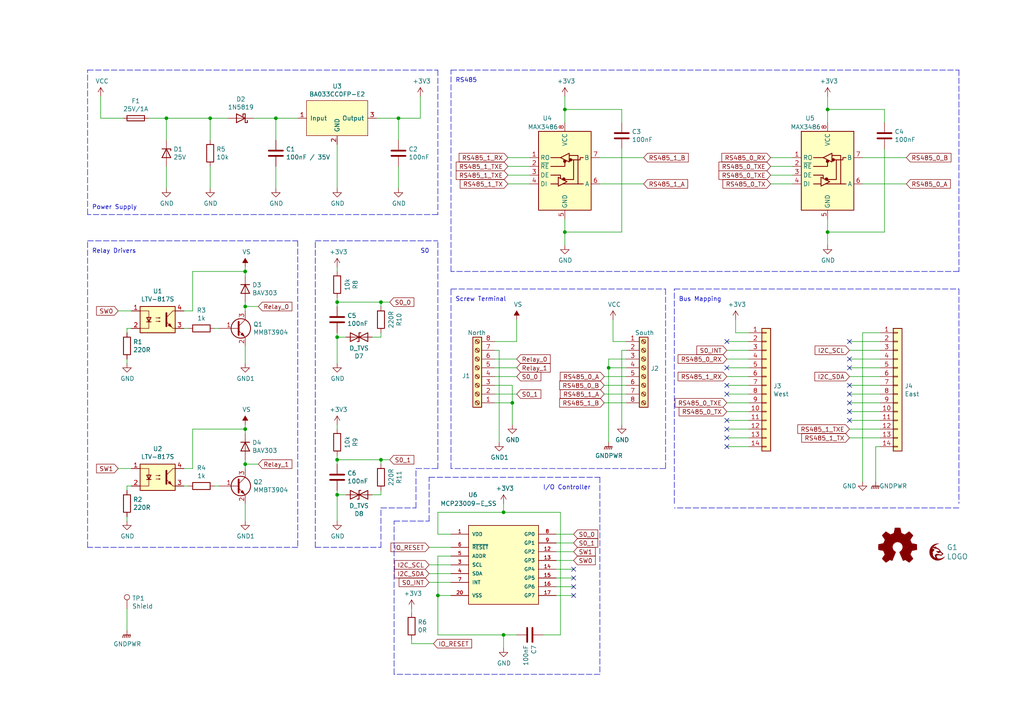
<source format=kicad_sch>
(kicad_sch (version 20211123) (generator eeschema)
  (paper "A4")
  (title_block (title "Electric Metering Module") (date "2022-02-09") (rev "2.1") (company "GrayC GmbH") (comment 1 "Fabian Schlegel") (comment 2 "5-24V Power Supply") (comment 3 "2x RS485, 2x S0, 2x Relay Driver") (comment 4 "Electric Metering Module with RS485, S0, Relay Drivers"))
  (lib_symbols
    (symbol "BA033CC0FP-E2:BA033CC0FP-E2" (pin_names (offset 1.016))
      (property "Reference" "U" (at 0 8.89 0))
      (property "Value" "BA033CC0FP-E2" (at 0 6.35 0))
      (symbol "BA033CC0FP-E2_1_1"
        (pin power_in line (at -11.43 0 0) (length 2.54) (name "Input") (number "1"))
        (pin power_in line (at 0 -7.62 90) (length 2.54) (name "GND") (number "2"))
        (pin power_out line (at 11.43 0 180) (length 2.54) (name "Output") (number "3"))
      )
    )
    (symbol "Connector:Screw_Terminal_01x08" (pin_names (offset 1.016) hide)
      (property "Reference" "J" (at 0 10.16 0))
      (property "Value" "Screw_Terminal_01x08" (at 0 -12.7 0))
      (symbol "Screw_Terminal_01x08_1_1"
        (pin passive line (at -5.08 7.62 0) (length 3.81) (name "Pin_1") (number "1"))
        (pin passive line (at -5.08 5.08 0) (length 3.81) (name "Pin_2") (number "2"))
        (pin passive line (at -5.08 2.54 0) (length 3.81) (name "Pin_3") (number "3"))
        (pin passive line (at -5.08 0 0) (length 3.81) (name "Pin_4") (number "4"))
        (pin passive line (at -5.08 -2.54 0) (length 3.81) (name "Pin_5") (number "5"))
        (pin passive line (at -5.08 -5.08 0) (length 3.81) (name "Pin_6") (number "6"))
        (pin passive line (at -5.08 -7.62 0) (length 3.81) (name "Pin_7") (number "7"))
        (pin passive line (at -5.08 -10.16 0) (length 3.81) (name "Pin_8") (number "8"))
      )
    )
    (symbol "Connector:TestPoint" (pin_numbers hide) (pin_names (offset 0.762) hide)
      (property "Reference" "TP" (at 0 6.858 0))
      (property "Value" "TestPoint" (at 0 5.08 0))
      (symbol "TestPoint_1_1"
        (pin passive line (at 0 0 90) (length 2.54) (name "1") (number "1"))
      )
    )
    (symbol "Connector_Generic:Conn_01x14" (pin_names (offset 1.016) hide)
      (property "Reference" "J" (at 0 17.78 0))
      (property "Value" "Conn_01x14" (at 0 -20.32 0))
      (symbol "Conn_01x14_1_1"
        (pin passive line (at -5.08 15.24 0) (length 3.81) (name "Pin_1") (number "1"))
        (pin passive line (at -5.08 -7.62 0) (length 3.81) (name "Pin_10") (number "10"))
        (pin passive line (at -5.08 -10.16 0) (length 3.81) (name "Pin_11") (number "11"))
        (pin passive line (at -5.08 -12.7 0) (length 3.81) (name "Pin_12") (number "12"))
        (pin passive line (at -5.08 -15.24 0) (length 3.81) (name "Pin_13") (number "13"))
        (pin passive line (at -5.08 -17.78 0) (length 3.81) (name "Pin_14") (number "14"))
        (pin passive line (at -5.08 12.7 0) (length 3.81) (name "Pin_2") (number "2"))
        (pin passive line (at -5.08 10.16 0) (length 3.81) (name "Pin_3") (number "3"))
        (pin passive line (at -5.08 7.62 0) (length 3.81) (name "Pin_4") (number "4"))
        (pin passive line (at -5.08 5.08 0) (length 3.81) (name "Pin_5") (number "5"))
        (pin passive line (at -5.08 2.54 0) (length 3.81) (name "Pin_6") (number "6"))
        (pin passive line (at -5.08 0 0) (length 3.81) (name "Pin_7") (number "7"))
        (pin passive line (at -5.08 -2.54 0) (length 3.81) (name "Pin_8") (number "8"))
        (pin passive line (at -5.08 -5.08 0) (length 3.81) (name "Pin_9") (number "9"))
      )
    )
    (symbol "Device:C" (pin_numbers hide) (pin_names (offset 0.254))
      (property "Reference" "C" (at 0.635 2.54 0))
      (property "Value" "C" (at 0.635 -2.54 0))
      (symbol "C_1_1"
        (pin passive line (at 0 3.81 270) (length 2.794) (name "~") (number "1"))
        (pin passive line (at 0 -3.81 90) (length 2.794) (name "~") (number "2"))
      )
    )
    (symbol "Device:D_TVS" (pin_numbers hide) (pin_names (offset 1.016) hide)
      (property "Reference" "D" (at 0 2.54 0))
      (property "Value" "D_TVS" (at 0 -2.54 0))
      (symbol "D_TVS_1_1"
        (pin passive line (at -3.81 0 0) (length 2.54) (name "A1") (number "1"))
        (pin passive line (at 3.81 0 180) (length 2.54) (name "A2") (number "2"))
      )
    )
    (symbol "Device:D_Zener" (pin_numbers hide) (pin_names (offset 1.016) hide)
      (property "Reference" "D" (at 0 2.54 0))
      (property "Value" "D_Zener" (at 0 -2.54 0))
      (symbol "D_Zener_1_1"
        (pin passive line (at -3.81 0 0) (length 2.54) (name "K") (number "1"))
        (pin passive line (at 3.81 0 180) (length 2.54) (name "A") (number "2"))
      )
    )
    (symbol "Device:Fuse" (pin_numbers hide) (pin_names (offset 0))
      (property "Reference" "F" (at 2.032 0 90))
      (property "Value" "Fuse" (at -1.905 0 90))
      (symbol "Fuse_1_1"
        (pin passive line (at 0 3.81 270) (length 1.27) (name "~") (number "1"))
        (pin passive line (at 0 -3.81 90) (length 1.27) (name "~") (number "2"))
      )
    )
    (symbol "Device:R" (pin_numbers hide) (pin_names (offset 0))
      (property "Reference" "R" (at 2.032 0 90))
      (property "Value" "R" (at 0 0 90))
      (symbol "R_1_1"
        (pin passive line (at 0 3.81 270) (length 1.27) (name "~") (number "1"))
        (pin passive line (at 0 -3.81 90) (length 1.27) (name "~") (number "2"))
      )
    )
    (symbol "Diode:1N5819" (pin_numbers hide) (pin_names (offset 1.016) hide)
      (property "Reference" "D" (at 0 2.54 0))
      (property "Value" "1N5819" (at 0 -2.54 0))
      (symbol "1N5819_1_1"
        (pin passive line (at -3.81 0 0) (length 2.54) (name "K") (number "1"))
        (pin passive line (at 3.81 0 180) (length 2.54) (name "A") (number "2"))
      )
    )
    (symbol "Diode:BAV303" (pin_numbers hide) (pin_names hide)
      (property "Reference" "D" (at 0 2.54 0))
      (property "Value" "BAV303" (at 0 -2.54 0))
      (symbol "BAV303_1_1"
        (pin passive line (at -3.81 0 0) (length 2.54) (name "K") (number "1"))
        (pin passive line (at 3.81 0 180) (length 2.54) (name "A") (number "2"))
      )
    )
    (symbol "Graphic:Logo_Open_Hardware_Small" (pin_names (offset 1.016)))
    (symbol "Interface_UART:MAX3486"
      (property "Reference" "U" (at -6.096 11.43 0))
      (property "Value" "MAX3486" (at 0.762 11.43 0))
      (symbol "MAX3486_1_1"
        (pin output line (at -10.16 2.54 0) (length 2.54) (name "RO") (number "1"))
        (pin input line (at -10.16 0 0) (length 2.54) (name "~{RE}") (number "2"))
        (pin input line (at -10.16 -2.54 0) (length 2.54) (name "DE") (number "3"))
        (pin input line (at -10.16 -5.08 0) (length 2.54) (name "DI") (number "4"))
        (pin power_in line (at 0 -15.24 90) (length 2.54) (name "GND") (number "5"))
        (pin bidirectional line (at 10.16 -5.08 180) (length 2.54) (name "A") (number "6"))
        (pin bidirectional line (at 10.16 2.54 180) (length 2.54) (name "B") (number "7"))
        (pin power_in line (at 0 12.7 270) (length 2.54) (name "VCC") (number "8"))
      )
    )
    (symbol "Isolator:LTV-817S" (pin_names (offset 1.016))
      (property "Reference" "U" (at -3.81 5.08 0))
      (property "Value" "LTV-817S" (at 0 -5.08 0))
      (symbol "LTV-817S_1_1"
        (pin passive line (at -7.62 2.54 0) (length 2.54) (name "~") (number "1"))
        (pin passive line (at -7.62 -2.54 0) (length 2.54) (name "~") (number "2"))
        (pin passive line (at 7.62 -2.54 180) (length 2.54) (name "~") (number "3"))
        (pin passive line (at 7.62 2.54 180) (length 2.54) (name "~") (number "4"))
      )
    )
    (symbol "MCP23009-E_SS:MCP23009-E_SS" (pin_names (offset 1.016))
      (property "Reference" "U" (at -1.27 12.7 0))
      (property "Value" "MCP23009-E_SS" (at 0.9906 -7.62 90))
      (symbol "MCP23009-E_SS_0_0"
        (pin power_in line (at -15.24 8.89 0) (length 5.08) (name "VDD") (number "1"))
        (pin bidirectional line (at 15.24 3.81 180) (length 5.08) (name "GP2") (number "12"))
        (pin bidirectional line (at 15.24 1.27 180) (length 5.08) (name "GP3") (number "13"))
        (pin bidirectional line (at 15.24 -1.27 180) (length 5.08) (name "GP4") (number "14"))
        (pin bidirectional line (at 15.24 -3.81 180) (length 5.08) (name "GP5") (number "15"))
        (pin bidirectional line (at 15.24 -6.35 180) (length 5.08) (name "GP6") (number "16"))
        (pin bidirectional line (at 15.24 -8.89 180) (length 5.08) (name "GP7") (number "17"))
        (pin power_in line (at -15.24 -8.89 0) (length 5.08) (name "VSS") (number "20"))
        (pin input line (at -15.24 0 0) (length 5.08) (name "SCL") (number "3"))
        (pin bidirectional line (at -15.24 -2.54 0) (length 5.08) (name "SDA") (number "4"))
        (pin input line (at -15.24 2.54 0) (length 5.08) (name "ADDR") (number "5"))
        (pin input line (at -15.24 5.08 0) (length 5.08) (name "~{RESET}") (number "6"))
        (pin output line (at -15.24 -5.08 0) (length 5.08) (name "INT") (number "7"))
        (pin bidirectional line (at 15.24 8.89 180) (length 5.08) (name "GP0") (number "8"))
        (pin bidirectional line (at 15.24 6.35 180) (length 5.08) (name "GP1") (number "9"))
      )
    )
    (symbol "Transistor_BJT:MMBT3904" (pin_names (offset 0) hide)
      (property "Reference" "Q" (at 5.08 1.905 0))
      (property "Value" "MMBT3904" (at 5.08 0 0))
      (symbol "MMBT3904_1_1"
        (pin input line (at -5.08 0 0) (length 5.715) (name "B") (number "1"))
        (pin passive line (at 2.54 -5.08 90) (length 2.54) (name "E") (number "2"))
        (pin passive line (at 2.54 5.08 270) (length 2.54) (name "C") (number "3"))
      )
    )
    (symbol "grayc-logo-negative:LOGO" (pin_names (offset 1.016)))
    (symbol "power:+3V3" (power) (pin_names (offset 0))
      (property "Value" "+3V3" (at 0 3.556 0))
      (symbol "+3V3_1_1"
        (pin power_in line (at 0 0 90) (length 0) hide (name "+3V3") (number "1"))
      )
    )
    (symbol "power:GND" (power) (pin_names (offset 0))
      (property "Value" "GND" (at 0 -3.81 0))
      (symbol "GND_1_1"
        (pin power_in line (at 0 0 270) (length 0) hide (name "GND") (number "1"))
      )
    )
    (symbol "power:GND1" (power) (pin_names (offset 0))
      (property "Value" "GND1" (at 0 -3.81 0))
      (symbol "GND1_1_1"
        (pin power_in line (at 0 0 270) (length 0) hide (name "GND1") (number "1"))
      )
    )
    (symbol "power:GNDPWR" (power) (pin_names (offset 0))
      (property "Value" "GNDPWR" (at 0 -3.302 0))
      (symbol "GNDPWR_1_1"
        (pin power_in line (at 0 0 270) (length 0) hide (name "GNDPWR") (number "1"))
      )
    )
    (symbol "power:VCC" (power) (pin_names (offset 0))
      (property "Value" "VCC" (at 0 3.81 0))
      (symbol "VCC_1_1"
        (pin power_in line (at 0 0 90) (length 0) hide (name "VCC") (number "1"))
      )
    )
    (symbol "power:VS" (power) (pin_names (offset 0))
      (property "Value" "VS" (at 0 3.81 0))
      (symbol "VS_1_1"
        (pin power_in line (at 0 0 90) (length 0) hide (name "VS") (number "1"))
      )
    )
  )
  (junction (at 176.53 106.68))
  (junction (at 97.79 133.35))
  (junction (at 115.57 34.29))
  (junction (at 71.12 134.62))
  (junction (at 127 172.72))
  (junction (at 71.12 124.46))
  (junction (at 110.49 133.35))
  (junction (at 240.03 67.31))
  (junction (at 48.26 34.29))
  (junction (at 71.12 78.74))
  (junction (at 146.05 184.15))
  (junction (at 163.83 67.31))
  (junction (at 97.79 143.51))
  (junction (at 163.83 31.75))
  (junction (at 146.05 148.59))
  (junction (at 148.59 116.84))
  (junction (at 240.03 31.75))
  (junction (at 97.79 97.79))
  (junction (at 71.12 88.9))
  (junction (at 80.01 34.29))
  (junction (at 97.79 87.63))
  (junction (at 110.49 87.63))
  (junction (at 60.96 34.29))
  (no_connect (at 166.37 167.64))
  (no_connect (at 210.82 114.3))
  (no_connect (at 246.38 111.76))
  (no_connect (at 246.38 99.06))
  (no_connect (at 246.38 121.92))
  (no_connect (at 246.38 116.84))
  (no_connect (at 246.38 106.68))
  (no_connect (at 166.37 172.72))
  (no_connect (at 210.82 124.46))
  (no_connect (at 210.82 106.68))
  (no_connect (at 246.38 114.3))
  (no_connect (at 246.38 119.38))
  (no_connect (at 210.82 99.06))
  (no_connect (at 166.37 170.18))
  (no_connect (at 210.82 127))
  (no_connect (at 166.37 165.1))
  (no_connect (at 210.82 129.54))
  (no_connect (at 210.82 121.92))
  (no_connect (at 210.82 111.76))
  (no_connect (at 246.38 104.14))
  (wire (pts (xy 186.69 53.34) (xy 173.99 53.34)))
  (wire (pts (xy 36.83 176.53) (xy 36.83 182.88)))
  (polyline (pts (xy 130.81 78.74) (xy 130.81 20.32)))
  (wire (pts (xy 121.92 34.29) (xy 121.92 27.94)))
  (wire (pts (xy 181.61 116.84) (xy 175.26 116.84)))
  (wire (pts (xy 71.12 146.05) (xy 71.12 151.13)))
  (polyline (pts (xy 130.81 20.32) (xy 278.13 20.32)))
  (wire (pts (xy 53.34 90.17) (xy 55.88 90.17)))
  (wire (pts (xy 210.82 101.6) (xy 217.17 101.6)))
  (wire (pts (xy 147.32 53.34) (xy 153.67 53.34)))
  (polyline (pts (xy 193.04 135.89) (xy 130.81 135.89)))
  (wire (pts (xy 71.12 88.9) (xy 71.12 90.17)))
  (wire (pts (xy 180.34 101.6) (xy 181.61 101.6)))
  (wire (pts (xy 60.96 40.64) (xy 60.96 34.29)))
  (wire (pts (xy 149.86 99.06) (xy 149.86 92.71)))
  (wire (pts (xy 176.53 106.68) (xy 176.53 128.27)))
  (wire (pts (xy 161.29 162.56) (xy 166.37 162.56)))
  (wire (pts (xy 53.34 95.25) (xy 54.61 95.25)))
  (wire (pts (xy 55.88 90.17) (xy 55.88 78.74)))
  (wire (pts (xy 36.83 104.14) (xy 36.83 105.41)))
  (wire (pts (xy 62.23 95.25) (xy 63.5 95.25)))
  (wire (pts (xy 161.29 154.94) (xy 166.37 154.94)))
  (wire (pts (xy 223.52 53.34) (xy 229.87 53.34)))
  (wire (pts (xy 110.49 88.9) (xy 110.49 87.63)))
  (wire (pts (xy 223.52 45.72) (xy 229.87 45.72)))
  (polyline (pts (xy 124.46 151.13) (xy 124.46 138.43)))
  (wire (pts (xy 110.49 133.35) (xy 113.03 133.35)))
  (wire (pts (xy 36.83 142.24) (xy 36.83 140.97)))
  (wire (pts (xy 29.21 34.29) (xy 35.56 34.29)))
  (polyline (pts (xy 91.44 69.85) (xy 127 69.85)))
  (wire (pts (xy 166.37 170.18) (xy 161.29 170.18)))
  (wire (pts (xy 147.32 45.72) (xy 153.67 45.72)))
  (polyline (pts (xy 130.81 135.89) (xy 130.81 83.82)))
  (wire (pts (xy 180.34 35.56) (xy 180.34 31.75)))
  (wire (pts (xy 250.19 45.72) (xy 262.89 45.72)))
  (polyline (pts (xy 25.4 62.23) (xy 25.4 20.32)))
  (wire (pts (xy 143.51 116.84) (xy 148.59 116.84)))
  (wire (pts (xy 176.53 106.68) (xy 176.53 104.14)))
  (polyline (pts (xy 86.36 158.75) (xy 25.4 158.75)))
  (wire (pts (xy 210.82 111.76) (xy 217.17 111.76)))
  (wire (pts (xy 80.01 40.64) (xy 80.01 34.29)))
  (wire (pts (xy 48.26 34.29) (xy 60.96 34.29)))
  (wire (pts (xy 73.66 34.29) (xy 80.01 34.29)))
  (wire (pts (xy 119.38 176.53) (xy 119.38 177.8)))
  (wire (pts (xy 213.36 92.71) (xy 213.36 96.52)))
  (polyline (pts (xy 91.44 158.75) (xy 91.44 69.85)))
  (wire (pts (xy 55.88 124.46) (xy 71.12 124.46)))
  (wire (pts (xy 246.38 101.6) (xy 255.27 101.6)))
  (wire (pts (xy 262.89 53.34) (xy 250.19 53.34)))
  (wire (pts (xy 60.96 54.61) (xy 60.96 48.26)))
  (wire (pts (xy 250.19 96.52) (xy 255.27 96.52)))
  (polyline (pts (xy 124.46 138.43) (xy 173.99 138.43)))
  (polyline (pts (xy 195.58 146.05) (xy 195.58 83.82)))
  (wire (pts (xy 256.54 35.56) (xy 256.54 31.75)))
  (wire (pts (xy 223.52 50.8) (xy 229.87 50.8)))
  (wire (pts (xy 210.82 104.14) (xy 217.17 104.14)))
  (wire (pts (xy 110.49 134.62) (xy 110.49 133.35)))
  (wire (pts (xy 175.26 109.22) (xy 181.61 109.22)))
  (polyline (pts (xy 195.58 83.82) (xy 278.13 83.82)))
  (wire (pts (xy 127 172.72) (xy 127 161.29)))
  (wire (pts (xy 173.99 45.72) (xy 186.69 45.72)))
  (wire (pts (xy 246.38 111.76) (xy 255.27 111.76)))
  (wire (pts (xy 53.34 135.89) (xy 55.88 135.89)))
  (wire (pts (xy 71.12 78.74) (xy 71.12 80.01)))
  (wire (pts (xy 166.37 165.1) (xy 161.29 165.1)))
  (wire (pts (xy 146.05 184.15) (xy 149.86 184.15)))
  (wire (pts (xy 210.82 99.06) (xy 217.17 99.06)))
  (wire (pts (xy 163.83 67.31) (xy 180.34 67.31)))
  (wire (pts (xy 148.59 116.84) (xy 148.59 123.19)))
  (wire (pts (xy 97.79 142.24) (xy 97.79 143.51)))
  (wire (pts (xy 97.79 87.63) (xy 97.79 88.9)))
  (wire (pts (xy 43.18 34.29) (xy 48.26 34.29)))
  (wire (pts (xy 71.12 125.73) (xy 71.12 124.46)))
  (wire (pts (xy 246.38 114.3) (xy 255.27 114.3)))
  (wire (pts (xy 97.79 77.47) (xy 97.79 78.74)))
  (wire (pts (xy 143.51 111.76) (xy 148.59 111.76)))
  (polyline (pts (xy 278.13 83.82) (xy 278.13 146.05)))
  (polyline (pts (xy 25.4 20.32) (xy 127 20.32)))
  (wire (pts (xy 97.79 86.36) (xy 97.79 87.63)))
  (wire (pts (xy 146.05 146.05) (xy 146.05 148.59)))
  (wire (pts (xy 240.03 27.94) (xy 240.03 31.75)))
  (wire (pts (xy 246.38 99.06) (xy 255.27 99.06)))
  (polyline (pts (xy 110.49 158.75) (xy 110.49 147.32)))
  (wire (pts (xy 163.83 27.94) (xy 163.83 31.75)))
  (wire (pts (xy 147.32 50.8) (xy 153.67 50.8)))
  (polyline (pts (xy 278.13 20.32) (xy 278.13 78.74)))
  (wire (pts (xy 149.86 106.68) (xy 143.51 106.68)))
  (wire (pts (xy 115.57 48.26) (xy 115.57 54.61)))
  (wire (pts (xy 53.34 140.97) (xy 54.61 140.97)))
  (wire (pts (xy 48.26 48.26) (xy 48.26 54.61)))
  (wire (pts (xy 97.79 105.41) (xy 97.79 97.79)))
  (polyline (pts (xy 127 20.32) (xy 127 62.23)))
  (wire (pts (xy 110.49 87.63) (xy 113.03 87.63)))
  (wire (pts (xy 148.59 111.76) (xy 148.59 116.84)))
  (wire (pts (xy 97.79 151.13) (xy 97.79 143.51)))
  (polyline (pts (xy 193.04 83.82) (xy 193.04 135.89)))
  (wire (pts (xy 176.53 104.14) (xy 181.61 104.14)))
  (wire (pts (xy 55.88 135.89) (xy 55.88 124.46)))
  (wire (pts (xy 124.46 168.91) (xy 130.81 168.91)))
  (wire (pts (xy 254 129.54) (xy 255.27 129.54)))
  (wire (pts (xy 127 148.59) (xy 146.05 148.59)))
  (wire (pts (xy 29.21 27.94) (xy 29.21 34.29)))
  (wire (pts (xy 177.8 92.71) (xy 177.8 99.06)))
  (wire (pts (xy 71.12 100.33) (xy 71.12 105.41)))
  (wire (pts (xy 71.12 135.89) (xy 71.12 134.62)))
  (wire (pts (xy 213.36 96.52) (xy 217.17 96.52)))
  (wire (pts (xy 240.03 63.5) (xy 240.03 67.31)))
  (wire (pts (xy 217.17 127) (xy 210.82 127)))
  (wire (pts (xy 127 184.15) (xy 146.05 184.15)))
  (wire (pts (xy 210.82 129.54) (xy 217.17 129.54)))
  (wire (pts (xy 246.38 124.46) (xy 255.27 124.46)))
  (wire (pts (xy 163.83 63.5) (xy 163.83 67.31)))
  (wire (pts (xy 177.8 99.06) (xy 181.61 99.06)))
  (wire (pts (xy 48.26 40.64) (xy 48.26 34.29)))
  (polyline (pts (xy 114.3 195.58) (xy 114.3 151.13)))
  (wire (pts (xy 97.79 132.08) (xy 97.79 133.35)))
  (wire (pts (xy 166.37 167.64) (xy 161.29 167.64)))
  (wire (pts (xy 110.49 97.79) (xy 107.95 97.79)))
  (wire (pts (xy 210.82 124.46) (xy 217.17 124.46)))
  (wire (pts (xy 97.79 97.79) (xy 100.33 97.79)))
  (wire (pts (xy 36.83 140.97) (xy 38.1 140.97)))
  (wire (pts (xy 127 154.94) (xy 127 148.59)))
  (wire (pts (xy 71.12 124.46) (xy 71.12 123.19)))
  (polyline (pts (xy 120.65 147.32) (xy 120.65 135.89)))
  (wire (pts (xy 109.22 34.29) (xy 115.57 34.29)))
  (wire (pts (xy 163.83 31.75) (xy 163.83 35.56)))
  (polyline (pts (xy 173.99 138.43) (xy 173.99 195.58)))
  (wire (pts (xy 127 172.72) (xy 127 184.15)))
  (wire (pts (xy 71.12 134.62) (xy 71.12 133.35)))
  (wire (pts (xy 180.34 31.75) (xy 163.83 31.75)))
  (polyline (pts (xy 127 62.23) (xy 25.4 62.23)))
  (wire (pts (xy 97.79 87.63) (xy 110.49 87.63)))
  (polyline (pts (xy 278.13 78.74) (xy 130.81 78.74)))
  (wire (pts (xy 157.48 184.15) (xy 162.56 184.15)))
  (wire (pts (xy 144.78 128.27) (xy 144.78 101.6)))
  (wire (pts (xy 246.38 104.14) (xy 255.27 104.14)))
  (wire (pts (xy 246.38 116.84) (xy 255.27 116.84)))
  (polyline (pts (xy 110.49 147.32) (xy 120.65 147.32)))
  (polyline (pts (xy 25.4 158.75) (xy 25.4 69.85)))
  (wire (pts (xy 181.61 111.76) (xy 175.26 111.76)))
  (wire (pts (xy 254 129.54) (xy 254 139.7)))
  (wire (pts (xy 175.26 114.3) (xy 181.61 114.3)))
  (wire (pts (xy 130.81 172.72) (xy 127 172.72)))
  (wire (pts (xy 256.54 67.31) (xy 256.54 43.18)))
  (polyline (pts (xy 120.65 135.89) (xy 127 135.89)))
  (wire (pts (xy 80.01 34.29) (xy 86.36 34.29)))
  (wire (pts (xy 210.82 116.84) (xy 217.17 116.84)))
  (wire (pts (xy 163.83 67.31) (xy 163.83 71.12)))
  (wire (pts (xy 250.19 96.52) (xy 250.19 139.7)))
  (wire (pts (xy 153.67 48.26) (xy 147.32 48.26)))
  (wire (pts (xy 246.38 106.68) (xy 255.27 106.68)))
  (wire (pts (xy 110.49 143.51) (xy 110.49 142.24)))
  (wire (pts (xy 80.01 48.26) (xy 80.01 54.61)))
  (wire (pts (xy 97.79 123.19) (xy 97.79 124.46)))
  (wire (pts (xy 97.79 143.51) (xy 100.33 143.51)))
  (wire (pts (xy 71.12 78.74) (xy 71.12 77.47)))
  (wire (pts (xy 115.57 34.29) (xy 115.57 40.64)))
  (wire (pts (xy 34.29 135.89) (xy 38.1 135.89)))
  (wire (pts (xy 125.73 186.69) (xy 119.38 186.69)))
  (wire (pts (xy 166.37 157.48) (xy 161.29 157.48)))
  (wire (pts (xy 36.83 96.52) (xy 36.83 95.25)))
  (wire (pts (xy 55.88 78.74) (xy 71.12 78.74)))
  (wire (pts (xy 119.38 185.42) (xy 119.38 186.69)))
  (polyline (pts (xy 130.81 83.82) (xy 193.04 83.82)))
  (wire (pts (xy 210.82 106.68) (xy 217.17 106.68)))
  (polyline (pts (xy 25.4 69.85) (xy 86.36 69.85)))
  (wire (pts (xy 71.12 87.63) (xy 71.12 88.9)))
  (wire (pts (xy 34.29 90.17) (xy 38.1 90.17)))
  (wire (pts (xy 162.56 148.59) (xy 146.05 148.59)))
  (wire (pts (xy 161.29 160.02) (xy 166.37 160.02)))
  (wire (pts (xy 124.46 158.75) (xy 130.81 158.75)))
  (wire (pts (xy 180.34 67.31) (xy 180.34 43.18)))
  (wire (pts (xy 246.38 119.38) (xy 255.27 119.38)))
  (wire (pts (xy 107.95 143.51) (xy 110.49 143.51)))
  (wire (pts (xy 166.37 172.72) (xy 161.29 172.72)))
  (polyline (pts (xy 114.3 151.13) (xy 124.46 151.13)))
  (wire (pts (xy 143.51 114.3) (xy 149.86 114.3)))
  (wire (pts (xy 62.23 140.97) (xy 63.5 140.97)))
  (wire (pts (xy 162.56 184.15) (xy 162.56 148.59)))
  (wire (pts (xy 124.46 166.37) (xy 130.81 166.37)))
  (wire (pts (xy 97.79 96.52) (xy 97.79 97.79)))
  (wire (pts (xy 110.49 96.52) (xy 110.49 97.79)))
  (wire (pts (xy 36.83 149.86) (xy 36.83 151.13)))
  (wire (pts (xy 246.38 121.92) (xy 255.27 121.92)))
  (polyline (pts (xy 127 135.89) (xy 127 69.85)))
  (wire (pts (xy 181.61 106.68) (xy 176.53 106.68)))
  (wire (pts (xy 229.87 48.26) (xy 223.52 48.26)))
  (wire (pts (xy 71.12 134.62) (xy 74.93 134.62)))
  (polyline (pts (xy 86.36 69.85) (xy 86.36 158.75)))
  (wire (pts (xy 130.81 154.94) (xy 127 154.94)))
  (wire (pts (xy 97.79 54.61) (xy 97.79 41.91)))
  (polyline (pts (xy 278.13 147.32) (xy 195.58 147.32)))
  (wire (pts (xy 97.79 133.35) (xy 110.49 133.35)))
  (wire (pts (xy 240.03 31.75) (xy 240.03 35.56)))
  (wire (pts (xy 210.82 114.3) (xy 217.17 114.3)))
  (wire (pts (xy 97.79 133.35) (xy 97.79 134.62)))
  (wire (pts (xy 246.38 127) (xy 255.27 127)))
  (wire (pts (xy 210.82 119.38) (xy 217.17 119.38)))
  (wire (pts (xy 143.51 99.06) (xy 149.86 99.06)))
  (wire (pts (xy 240.03 67.31) (xy 256.54 67.31)))
  (wire (pts (xy 210.82 109.22) (xy 217.17 109.22)))
  (wire (pts (xy 143.51 109.22) (xy 149.86 109.22)))
  (wire (pts (xy 146.05 187.96) (xy 146.05 184.15)))
  (polyline (pts (xy 173.99 195.58) (xy 114.3 195.58)))
  (wire (pts (xy 180.34 101.6) (xy 180.34 123.19)))
  (wire (pts (xy 71.12 88.9) (xy 74.93 88.9)))
  (wire (pts (xy 36.83 95.25) (xy 38.1 95.25)))
  (wire (pts (xy 115.57 34.29) (xy 121.92 34.29)))
  (wire (pts (xy 124.46 163.83) (xy 130.81 163.83)))
  (wire (pts (xy 60.96 34.29) (xy 66.04 34.29)))
  (wire (pts (xy 246.38 109.22) (xy 255.27 109.22)))
  (wire (pts (xy 256.54 31.75) (xy 240.03 31.75)))
  (wire (pts (xy 144.78 101.6) (xy 143.51 101.6)))
  (wire (pts (xy 240.03 67.31) (xy 240.03 71.12)))
  (wire (pts (xy 143.51 104.14) (xy 149.86 104.14)))
  (wire (pts (xy 210.82 121.92) (xy 217.17 121.92)))
  (polyline (pts (xy 91.44 158.75) (xy 110.49 158.75)))
  (wire (pts (xy 127 161.29) (xy 130.81 161.29)))
  (text "Relay Drivers" (at 26.67 73.66 0) (effects (font (size 1.27 1.27)) (justify left bottom)))
  (text "RS485" (at 132.08 24.13 0) (effects (font (size 1.27 1.27)) (justify left bottom)))
  (text "Screw Terminal" (at 132.08 87.63 0) (effects (font (size 1.27 1.27)) (justify left bottom)))
  (text "I/O Controller" (at 157.48 142.24 0) (effects (font (size 1.27 1.27)) (justify left bottom)))
  (text "Bus Mapping" (at 196.85 87.63 0) (effects (font (size 1.27 1.27)) (justify left bottom)))
  (text "Power Supply" (at 26.67 60.96 0) (effects (font (size 1.27 1.27)) (justify left bottom)))
  (text "S0" (at 121.92 73.66 0) (effects (font (size 1.27 1.27)) (justify left bottom)))
  (global_label "SW0" (shape input) (at 166.37 162.56 0) (property "Intersheet References" "${INTERSHEET_REFS}" (effects hide)))
  (global_label "RS485_1_RX" (shape input) (at 210.82 109.22 180) (property "Intersheet References" "${INTERSHEET_REFS}" (effects hide)))
  (global_label "S0_0" (shape input) (at 113.03 87.63 0) (property "Intersheet References" "${INTERSHEET_REFS}" (effects hide)))
  (global_label "RS485_0_B" (shape input) (at 262.89 45.72 0) (property "Intersheet References" "${INTERSHEET_REFS}" (effects hide)))
  (global_label "SW1" (shape input) (at 34.29 135.89 180) (property "Intersheet References" "${INTERSHEET_REFS}" (effects hide)))
  (global_label "S0_1" (shape input) (at 149.86 114.3 0) (property "Intersheet References" "${INTERSHEET_REFS}" (effects hide)))
  (global_label "Relay_0" (shape input) (at 149.86 104.14 0) (property "Intersheet References" "${INTERSHEET_REFS}" (effects hide)))
  (global_label "Relay_0" (shape input) (at 74.93 88.9 0) (property "Intersheet References" "${INTERSHEET_REFS}" (effects hide)))
  (global_label "RS485_0_A" (shape input) (at 262.89 53.34 0) (property "Intersheet References" "${INTERSHEET_REFS}" (effects hide)))
  (global_label "S0_0" (shape input) (at 166.37 154.94 0) (property "Intersheet References" "${INTERSHEET_REFS}" (effects hide)))
  (global_label "RS485_0_RX" (shape input) (at 223.52 45.72 180) (property "Intersheet References" "${INTERSHEET_REFS}" (effects hide)))
  (global_label "RS485_1_TX" (shape input) (at 147.32 53.34 180) (property "Intersheet References" "${INTERSHEET_REFS}" (effects hide)))
  (global_label "Relay_1" (shape input) (at 74.93 134.62 0) (property "Intersheet References" "${INTERSHEET_REFS}" (effects hide)))
  (global_label "I2C_SCL" (shape input) (at 246.38 101.6 180) (property "Intersheet References" "${INTERSHEET_REFS}" (effects hide)))
  (global_label "S0_1" (shape input) (at 166.37 157.48 0) (property "Intersheet References" "${INTERSHEET_REFS}" (effects hide)))
  (global_label "SW0" (shape input) (at 34.29 90.17 180) (property "Intersheet References" "${INTERSHEET_REFS}" (effects hide)))
  (global_label "RS485_0_TX" (shape input) (at 210.82 119.38 180) (property "Intersheet References" "${INTERSHEET_REFS}" (effects hide)))
  (global_label "RS485_1_TX" (shape input) (at 246.38 127 180) (property "Intersheet References" "${INTERSHEET_REFS}" (effects hide)))
  (global_label "RS485_0_TXE" (shape input) (at 223.52 50.8 180) (property "Intersheet References" "${INTERSHEET_REFS}" (effects hide)))
  (global_label "S0_INT" (shape input) (at 210.82 101.6 180) (property "Intersheet References" "${INTERSHEET_REFS}" (effects hide)))
  (global_label "RS485_0_TXE" (shape input) (at 223.52 48.26 180) (property "Intersheet References" "${INTERSHEET_REFS}" (effects hide)))
  (global_label "RS485_0_RX" (shape input) (at 210.82 104.14 180) (property "Intersheet References" "${INTERSHEET_REFS}" (effects hide)))
  (global_label "RS485_0_TX" (shape input) (at 223.52 53.34 180) (property "Intersheet References" "${INTERSHEET_REFS}" (effects hide)))
  (global_label "RS485_1_TXE" (shape input) (at 147.32 50.8 180) (property "Intersheet References" "${INTERSHEET_REFS}" (effects hide)))
  (global_label "RS485_1_A" (shape input) (at 175.26 114.3 180) (property "Intersheet References" "${INTERSHEET_REFS}" (effects hide)))
  (global_label "RS485_1_RX" (shape input) (at 147.32 45.72 180) (property "Intersheet References" "${INTERSHEET_REFS}" (effects hide)))
  (global_label "IO_RESET" (shape input) (at 124.46 158.75 180) (property "Intersheet References" "${INTERSHEET_REFS}" (effects hide)))
  (global_label "I2C_SDA" (shape input) (at 246.38 109.22 180) (property "Intersheet References" "${INTERSHEET_REFS}" (effects hide)))
  (global_label "S0_0" (shape input) (at 149.86 109.22 0) (property "Intersheet References" "${INTERSHEET_REFS}" (effects hide)))
  (global_label "SW1" (shape input) (at 166.37 160.02 0) (property "Intersheet References" "${INTERSHEET_REFS}" (effects hide)))
  (global_label "RS485_1_TXE" (shape input) (at 246.38 124.46 180) (property "Intersheet References" "${INTERSHEET_REFS}" (effects hide)))
  (global_label "RS485_0_B" (shape input) (at 175.26 111.76 180) (property "Intersheet References" "${INTERSHEET_REFS}" (effects hide)))
  (global_label "S0_1" (shape input) (at 113.03 133.35 0) (property "Intersheet References" "${INTERSHEET_REFS}" (effects hide)))
  (global_label "I2C_SDA" (shape input) (at 124.46 166.37 180) (property "Intersheet References" "${INTERSHEET_REFS}" (effects hide)))
  (global_label "RS485_1_B" (shape input) (at 186.69 45.72 0) (property "Intersheet References" "${INTERSHEET_REFS}" (effects hide)))
  (global_label "Relay_1" (shape input) (at 149.86 106.68 0) (property "Intersheet References" "${INTERSHEET_REFS}" (effects hide)))
  (global_label "RS485_1_A" (shape input) (at 186.69 53.34 0) (property "Intersheet References" "${INTERSHEET_REFS}" (effects hide)))
  (global_label "I2C_SCL" (shape input) (at 124.46 163.83 180) (property "Intersheet References" "${INTERSHEET_REFS}" (effects hide)))
  (global_label "S0_INT" (shape input) (at 124.46 168.91 180) (property "Intersheet References" "${INTERSHEET_REFS}" (effects hide)))
  (global_label "IO_RESET" (shape input) (at 125.73 186.69 0) (property "Intersheet References" "${INTERSHEET_REFS}" (effects hide)))
  (global_label "RS485_0_A" (shape input) (at 175.26 109.22 180) (property "Intersheet References" "${INTERSHEET_REFS}" (effects hide)))
  (global_label "RS485_1_TXE" (shape input) (at 147.32 48.26 180) (property "Intersheet References" "${INTERSHEET_REFS}" (effects hide)))
  (global_label "RS485_1_B" (shape input) (at 175.26 116.84 180) (property "Intersheet References" "${INTERSHEET_REFS}" (effects hide)))
  (global_label "RS485_0_TXE" (shape input) (at 210.82 116.84 180) (property "Intersheet References" "${INTERSHEET_REFS}" (effects hide)))
  (symbol (lib_id "Interface_UART:MAX3486") (at 163.83 48.26 0) (unit 1)
    (property "Reference" "U4" (at 158.75 34.29 0))
    (property "Value" "MAX3486" (at 157.48 36.83 0))
    (property "Footprint" "Package_SO:SOIC-8_3.9x4.9mm_P1.27mm" (effects hide))
    (property "Datasheet" "https://datasheets.maximintegrated.com/en/ds/MAX3483-MAX3491.pdf" (effects hide))
    (property "Price" "3.71" (effects hide))
    (property "Product" "https://www.mouser.de/ProductDetail/Maxim-Integrated/MAX3486ECSA%2b?qs=LHmEVA8xxfYujvexFFcA7w%3D%3D" (effects hide))
  )
  (symbol (lib_id "Isolator:LTV-817S") (at 45.72 138.43 0) (unit 1)
    (property "Reference" "U2" (at 45.72 130.175 0))
    (property "Value" "LTV-817S" (at 45.72 132.4864 0))
    (property "Footprint" "Package_DIP:SMDIP-4_W9.53mm" (effects hide))
    (property "Datasheet" "http://www.us.liteon.com/downloads/LTV-817-827-847.PDF" (effects hide))
    (property "Price" "0.40" (effects hide))
    (property "Product" "https://www.mouser.de/ProductDetail/Lite-On/LTV-817S" (effects hide))
  )
  (symbol (lib_id "BA033CC0FP-E2:BA033CC0FP-E2") (at 97.79 34.29 0) (unit 1)
    (property "Reference" "U3" (at 97.79 25.019 0))
    (property "Value" "BA033CC0FP-E2" (at 97.79 27.3304 0))
    (property "Footprint" "Package_TO_SOT_SMD:TO-252-3_TabPin2" (effects hide))
    (property "Datasheet" "https://www.mouser.de/datasheet/2/348/baxxdd0-e-1873983.pdf" (effects hide))
    (property "Product" "https://www.mouser.de/ProductDetail/ROHM-Semiconductor/BA033CC0FP-E2" (effects hide))
    (property "Price" "0.97" (effects hide))
  )
  (symbol (lib_id "Device:Fuse") (at 39.37 34.29 270) (unit 1)
    (property "Reference" "F1" (at 39.37 29.2862 90))
    (property "Value" "25V/1A" (at 39.37 31.5976 90))
    (property "Footprint" "Fuse:Fuse_1206_3216Metric_Pad1.42x1.75mm_HandSolder" (effects hide))
    (property "Price" "0.93" (effects hide))
    (property "Product" "https://www.mouser.de/ProductDetail/Bourns/SF-1206HIA100M-2" (effects hide))
  )
  (symbol (lib_id "Diode:1N5819") (at 69.85 34.29 180) (unit 1)
    (property "Reference" "D2" (at 69.85 28.7782 0))
    (property "Value" "1N5819" (at 69.85 31.0896 0))
    (property "Footprint" "Diode_THT:D_DO-41_SOD81_P10.16mm_Horizontal" (effects hide))
    (property "Datasheet" "http://www.vishay.com/docs/88525/1n5817.pdf" (effects hide))
    (property "Price" "0.25" (effects hide))
    (property "Product" "https://www.mouser.de/ProductDetail/Diodes-Incorporated/1N5819HW-7-F?qs=NQ47qNm99eDyWTEd07miYA%3D%3D" (effects hide))
  )
  (symbol (lib_id "Device:R") (at 60.96 44.45 0) (unit 1)
    (property "Reference" "R5" (at 62.738 43.2816 0) (effects (justify left)))
    (property "Value" "10k" (at 62.738 45.593 0) (effects (justify left)))
    (property "Footprint" "Resistor_SMD:R_1206_3216Metric_Pad1.30x1.75mm_HandSolder" (effects hide))
    (property "Price" "0.08" (effects hide))
    (property "Product" "https://www.mouser.de/ProductDetail/Bourns/CR1206-JW-103ELF" (effects hide))
  )
  (symbol (lib_id "Device:C") (at 80.01 44.45 0) (unit 1)
    (property "Reference" "C1" (at 82.931 43.2816 0) (effects (justify left)))
    (property "Value" "100nF / 35V" (at 82.931 45.593 0) (effects (justify left)))
    (property "Footprint" "Capacitor_SMD:C_1206_3216Metric_Pad1.33x1.80mm_HandSolder" (effects hide))
    (property "Product" "https://www.mouser.de/ProductDetail/KEMET/C1206C104M6RACTU?qs=F5EMLAvA7IBTviv6fCZN3A%3D%3D" (effects hide))
    (property "Price" "0.24" (effects hide))
  )
  (symbol (lib_id "Device:C") (at 115.57 44.45 0) (unit 1)
    (property "Reference" "C2" (at 118.491 43.2816 0) (effects (justify left)))
    (property "Value" "100nF" (at 118.491 45.593 0) (effects (justify left)))
    (property "Footprint" "Capacitor_SMD:C_1206_3216Metric_Pad1.33x1.80mm_HandSolder" (effects hide))
    (property "Price" "0.24" (effects hide))
    (property "Product" "https://www.mouser.de/ProductDetail/KEMET/C1206C104M6RACTU?qs=F5EMLAvA7IBTviv6fCZN3A%3D%3D" (effects hide))
  )
  (symbol (lib_id "power:VCC") (at 29.21 27.94 0) (unit 1)
    (property "Reference" "#PWR0101" (effects hide))
    (property "Value" "VCC" (at 29.591 23.5458 0))
  )
  (symbol (lib_id "power:+3V3") (at 121.92 27.94 0) (unit 1)
    (property "Reference" "#PWR0102" (effects hide))
    (property "Value" "+3V3" (at 122.301 23.5458 0))
  )
  (symbol (lib_id "power:GND") (at 80.01 54.61 0) (unit 1)
    (property "Reference" "#PWR0103" (effects hide))
    (property "Value" "GND" (at 80.137 59.0042 0))
  )
  (symbol (lib_id "power:GND") (at 97.79 54.61 0) (unit 1)
    (property "Reference" "#PWR0104" (effects hide))
    (property "Value" "GND" (at 97.917 59.0042 0))
  )
  (symbol (lib_id "power:GND") (at 115.57 54.61 0) (unit 1)
    (property "Reference" "#PWR0105" (effects hide))
    (property "Value" "GND" (at 115.697 59.0042 0))
  )
  (symbol (lib_id "power:GND") (at 60.96 54.61 0) (unit 1)
    (property "Reference" "#PWR0106" (effects hide))
    (property "Value" "GND" (at 61.087 59.0042 0))
  )
  (symbol (lib_id "power:GND") (at 48.26 54.61 0) (unit 1)
    (property "Reference" "#PWR0107" (effects hide))
    (property "Value" "GND" (at 48.387 59.0042 0))
  )
  (symbol (lib_id "Diode:BAV303") (at 71.12 129.54 270) (unit 1)
    (property "Reference" "D4" (at 73.152 128.3716 90) (effects (justify left)))
    (property "Value" "BAV303" (at 73.152 130.683 90) (effects (justify left)))
    (property "Footprint" "Diode_SMD:D_MicroMELF" (effects hide))
    (property "Datasheet" "http://www.vishay.com/docs/85545/bav300.pdf" (effects hide))
    (property "Price" "0.20" (effects hide))
    (property "Product" "https://www.mouser.de/ProductDetail/Vishay-Semiconductors/BAV303-TR?qs=7qbm%252BEMa92zC5P%252BxWlWw9w%3D%3D" (effects hide))
  )
  (symbol (lib_id "Device:R") (at 58.42 140.97 270) (unit 1)
    (property "Reference" "R4" (at 58.42 135.7122 90))
    (property "Value" "1k" (at 58.42 138.0236 90))
    (property "Footprint" "Resistor_SMD:R_1206_3216Metric_Pad1.30x1.75mm_HandSolder" (effects hide))
    (property "Price" "0.10" (effects hide))
    (property "Product" "https://www.mouser.de/ProductDetail/KOA-Speer/RK73B2BTTDD102J" (effects hide))
  )
  (symbol (lib_id "Device:R") (at 36.83 146.05 0) (unit 1)
    (property "Reference" "R2" (at 38.608 144.8816 0) (effects (justify left)))
    (property "Value" "220R" (at 38.608 147.193 0) (effects (justify left)))
    (property "Footprint" "Resistor_SMD:R_1206_3216Metric_Pad1.30x1.75mm_HandSolder" (effects hide))
    (property "Price" "0.08" (effects hide))
    (property "Product" "https://www.mouser.de/ProductDetail/TE-Connectivity-Holsworthy/CRGCQ1206J220R" (effects hide))
  )
  (symbol (lib_id "Transistor_BJT:MMBT3904") (at 68.58 140.97 0) (unit 1)
    (property "Reference" "Q2" (at 73.4314 139.8016 0) (effects (justify left)))
    (property "Value" "MMBT3904" (at 73.4314 142.113 0) (effects (justify left)))
    (property "Footprint" "Package_TO_SOT_SMD:SOT-23" (effects hide))
    (property "Datasheet" "https://www.onsemi.com/pub/Collateral/2N3903-D.PDF" (effects hide))
    (property "Price" "0.09" (effects hide))
    (property "Product" "https://www.mouser.de/ProductDetail/Nexperia/MMBT3904215" (effects hide))
  )
  (symbol (lib_id "power:GND") (at 36.83 151.13 0) (unit 1)
    (property "Reference" "#PWR0110" (effects hide))
    (property "Value" "GND" (at 36.957 155.5242 0))
  )
  (symbol (lib_id "power:GND1") (at 71.12 151.13 0) (unit 1)
    (property "Reference" "#PWR0111" (effects hide))
    (property "Value" "GND1" (at 71.247 155.5242 0))
  )
  (symbol (lib_id "power:VS") (at 71.12 123.19 0) (unit 1)
    (property "Reference" "#PWR0112" (effects hide))
    (property "Value" "VS" (at 71.501 118.7958 0))
  )
  (symbol (lib_id "Isolator:LTV-817S") (at 45.72 92.71 0) (unit 1)
    (property "Reference" "U1" (at 45.72 84.455 0))
    (property "Value" "LTV-817S" (at 45.72 86.7664 0))
    (property "Footprint" "Package_DIP:SMDIP-4_W9.53mm" (effects hide))
    (property "Datasheet" "http://www.us.liteon.com/downloads/LTV-817-827-847.PDF" (effects hide))
    (property "Price" "0.40" (effects hide))
    (property "Product" "https://www.mouser.de/ProductDetail/Lite-On/LTV-817S" (effects hide))
  )
  (symbol (lib_id "Diode:BAV303") (at 71.12 83.82 270) (unit 1)
    (property "Reference" "D3" (at 73.152 82.6516 90) (effects (justify left)))
    (property "Value" "BAV303" (at 73.152 84.963 90) (effects (justify left)))
    (property "Footprint" "Diode_SMD:D_MicroMELF" (effects hide))
    (property "Datasheet" "http://www.vishay.com/docs/85545/bav300.pdf" (effects hide))
    (property "Price" "0.20" (effects hide))
    (property "Product" "https://www.mouser.de/ProductDetail/Vishay-Semiconductors/BAV303-TR?qs=7qbm%252BEMa92zC5P%252BxWlWw9w%3D%3D" (effects hide))
  )
  (symbol (lib_id "Device:R") (at 58.42 95.25 270) (unit 1)
    (property "Reference" "R3" (at 58.42 89.9922 90))
    (property "Value" "1k" (at 58.42 92.3036 90))
    (property "Footprint" "Resistor_SMD:R_1206_3216Metric_Pad1.30x1.75mm_HandSolder" (effects hide))
    (property "Price" "0.10" (effects hide))
    (property "Product" "https://www.mouser.de/ProductDetail/KOA-Speer/RK73B2BTTDD102J" (effects hide))
  )
  (symbol (lib_id "Device:R") (at 36.83 100.33 0) (unit 1)
    (property "Reference" "R1" (at 38.608 99.1616 0) (effects (justify left)))
    (property "Value" "220R" (at 38.608 101.473 0) (effects (justify left)))
    (property "Footprint" "Resistor_SMD:R_1206_3216Metric_Pad1.30x1.75mm_HandSolder" (effects hide))
    (property "Price" "0.08" (effects hide))
    (property "Product" "https://www.mouser.de/ProductDetail/TE-Connectivity-Holsworthy/CRGCQ1206J220R" (effects hide))
  )
  (symbol (lib_id "Transistor_BJT:MMBT3904") (at 68.58 95.25 0) (unit 1)
    (property "Reference" "Q1" (at 73.4314 94.0816 0) (effects (justify left)))
    (property "Value" "MMBT3904" (at 73.4314 96.393 0) (effects (justify left)))
    (property "Footprint" "Package_TO_SOT_SMD:SOT-23" (effects hide))
    (property "Datasheet" "https://www.onsemi.com/pub/Collateral/2N3903-D.PDF" (effects hide))
    (property "Price" "0.09" (effects hide))
    (property "Product" "https://www.mouser.de/ProductDetail/Nexperia/MMBT3904215" (effects hide))
  )
  (symbol (lib_id "power:GND") (at 36.83 105.41 0) (unit 1)
    (property "Reference" "#PWR0113" (effects hide))
    (property "Value" "GND" (at 36.957 109.8042 0))
  )
  (symbol (lib_id "power:GND1") (at 71.12 105.41 0) (unit 1)
    (property "Reference" "#PWR0114" (effects hide))
    (property "Value" "GND1" (at 71.247 109.8042 0))
  )
  (symbol (lib_id "power:VS") (at 71.12 77.47 0) (unit 1)
    (property "Reference" "#PWR0115" (effects hide))
    (property "Value" "VS" (at 71.501 73.0758 0))
  )
  (symbol (lib_id "Device:C") (at 180.34 39.37 0) (unit 1)
    (property "Reference" "C3" (at 183.261 38.2016 0) (effects (justify left)))
    (property "Value" "100nF" (at 183.261 40.513 0) (effects (justify left)))
    (property "Footprint" "Capacitor_SMD:C_1206_3216Metric_Pad1.33x1.80mm_HandSolder" (effects hide))
    (property "Price" "0.24" (effects hide))
    (property "Product" "https://www.mouser.de/ProductDetail/KEMET/C1206C104M6RACTU?qs=F5EMLAvA7IBTviv6fCZN3A%3D%3D" (effects hide))
  )
  (symbol (lib_id "power:+3V3") (at 163.83 27.94 0) (unit 1)
    (property "Reference" "#PWR0116" (effects hide))
    (property "Value" "+3V3" (at 164.211 23.5458 0))
  )
  (symbol (lib_id "power:GND") (at 163.83 71.12 0) (unit 1)
    (property "Reference" "#PWR0117" (effects hide))
    (property "Value" "GND" (at 163.957 75.5142 0))
  )
  (symbol (lib_id "Interface_UART:MAX3486") (at 240.03 48.26 0) (unit 1)
    (property "Reference" "U5" (at 234.95 34.29 0))
    (property "Value" "MAX3486" (at 233.68 36.83 0))
    (property "Footprint" "Package_SO:SOIC-8_3.9x4.9mm_P1.27mm" (effects hide))
    (property "Datasheet" "https://datasheets.maximintegrated.com/en/ds/MAX3483-MAX3491.pdf" (effects hide))
    (property "Price" "3.71" (effects hide))
    (property "Product" "https://www.mouser.de/ProductDetail/Maxim-Integrated/MAX3486ECSA%2b?qs=LHmEVA8xxfYujvexFFcA7w%3D%3D" (effects hide))
  )
  (symbol (lib_id "Device:C") (at 256.54 39.37 0) (unit 1)
    (property "Reference" "C4" (at 259.461 38.2016 0) (effects (justify left)))
    (property "Value" "100nF" (at 259.461 40.513 0) (effects (justify left)))
    (property "Footprint" "Capacitor_SMD:C_1206_3216Metric_Pad1.33x1.80mm_HandSolder" (effects hide))
    (property "Price" "0.24" (effects hide))
    (property "Product" "https://www.mouser.de/ProductDetail/KEMET/C1206C104M6RACTU?qs=F5EMLAvA7IBTviv6fCZN3A%3D%3D" (effects hide))
  )
  (symbol (lib_id "power:+3V3") (at 240.03 27.94 0) (unit 1)
    (property "Reference" "#PWR0118" (effects hide))
    (property "Value" "+3V3" (at 240.411 23.5458 0))
  )
  (symbol (lib_id "power:GND") (at 240.03 71.12 0) (unit 1)
    (property "Reference" "#PWR0119" (effects hide))
    (property "Value" "GND" (at 240.157 75.5142 0))
  )
  (symbol (lib_id "Connector:Screw_Terminal_01x08") (at 186.69 106.68 0) (unit 1)
    (property "Reference" "J2" (at 188.722 106.8832 0) (effects (justify left)))
    (property "Value" "South" (at 184.15 96.52 0) (effects (justify left)))
    (property "Footprint" "footprints:PHOENIX_1727078" (effects hide))
    (property "Price" "4.85" (effects hide))
    (property "Product" "https://www.mouser.de/ProductDetail/Phoenix-Contact/1727078" (effects hide))
  )
  (symbol (lib_id "Connector:Screw_Terminal_01x08") (at 138.43 109.22 180) (unit 1)
    (property "Reference" "J1" (at 136.398 109.0168 0) (effects (justify left)))
    (property "Value" "North" (at 140.97 96.52 0) (effects (justify left)))
    (property "Footprint" "footprints:PHOENIX_1727078" (effects hide))
    (property "Price" "4.85" (effects hide))
    (property "Product" "https://www.mouser.de/ProductDetail/Phoenix-Contact/1727078" (effects hide))
  )
  (symbol (lib_id "Connector_Generic:Conn_01x14") (at 222.25 111.76 0) (unit 1)
    (property "Reference" "J3" (at 224.282 111.9632 0) (effects (justify left)))
    (property "Value" "West" (at 224.282 114.2746 0) (effects (justify left)))
    (property "Footprint" "Connector_PinHeader_2.54mm:PinHeader_1x14_P2.54mm_Vertical" (effects hide))
    (property "Price" "0.45" (effects hide))
    (property "Product" "https://www.mouser.de/ProductDetail/Harwin/M20-9991446" (effects hide))
  )
  (symbol (lib_id "Connector_Generic:Conn_01x14") (at 260.35 111.76 0) (unit 1)
    (property "Reference" "J4" (at 262.382 111.9632 0) (effects (justify left)))
    (property "Value" "East" (at 262.382 114.2746 0) (effects (justify left)))
    (property "Footprint" "Connector_PinHeader_2.54mm:PinHeader_1x14_P2.54mm_Vertical" (effects hide))
    (property "Price" "0.45" (effects hide))
    (property "Product" "https://www.mouser.de/ProductDetail/Harwin/M20-9991446" (effects hide))
  )
  (symbol (lib_id "power:+3V3") (at 213.36 92.71 0) (unit 1)
    (property "Reference" "#PWR0120" (effects hide))
    (property "Value" "+3V3" (at 213.741 88.3158 0))
  )
  (symbol (lib_id "power:GND") (at 250.19 139.7 0) (unit 1)
    (property "Reference" "#PWR0121" (effects hide))
    (property "Value" "GND" (at 246.38 140.97 0))
  )
  (symbol (lib_id "power:GNDPWR") (at 254 139.7 0) (unit 1)
    (property "Reference" "#PWR0122" (effects hide))
    (property "Value" "GNDPWR" (at 259.08 140.97 0))
  )
  (symbol (lib_id "Device:R") (at 97.79 82.55 180) (unit 1)
    (property "Reference" "R8" (at 103.0478 82.55 90))
    (property "Value" "10k" (at 100.7364 82.55 90))
    (property "Footprint" "Resistor_SMD:R_1206_3216Metric_Pad1.30x1.75mm_HandSolder" (effects hide))
    (property "Price" "0.08" (effects hide))
    (property "Product" "https://www.mouser.de/ProductDetail/Bourns/CR1206-JW-103ELF" (effects hide))
  )
  (symbol (lib_id "Device:R") (at 110.49 92.71 180) (unit 1)
    (property "Reference" "R10" (at 115.7478 92.71 90))
    (property "Value" "220R" (at 113.4364 92.71 90))
    (property "Footprint" "Resistor_SMD:R_1206_3216Metric_Pad1.30x1.75mm_HandSolder" (effects hide))
    (property "Price" "0.08" (effects hide))
    (property "Product" "https://www.mouser.de/ProductDetail/TE-Connectivity-Holsworthy/CRGCQ1206J220R" (effects hide))
  )
  (symbol (lib_id "Connector:TestPoint") (at 36.83 176.53 0) (unit 1)
    (property "Reference" "TP1" (at 38.3032 173.5328 0) (effects (justify left)))
    (property "Value" "Shield" (at 38.3032 175.8442 0) (effects (justify left)))
    (property "Footprint" "TestPoint:TestPoint_Pad_D4.0mm" (effects hide))
  )
  (symbol (lib_id "power:GNDPWR") (at 36.83 182.88 0) (unit 1)
    (property "Reference" "#PWR0108" (effects hide))
    (property "Value" "GNDPWR" (at 36.9316 186.7916 0))
  )
  (symbol (lib_id "Device:C") (at 97.79 92.71 0) (unit 1)
    (property "Reference" "C5" (at 100.711 91.5416 0) (effects (justify left)))
    (property "Value" "100nF" (at 100.711 93.853 0) (effects (justify left)))
    (property "Footprint" "Capacitor_SMD:C_1206_3216Metric_Pad1.33x1.80mm_HandSolder" (effects hide))
    (property "Price" "0.24" (effects hide))
    (property "Product" "https://www.mouser.de/ProductDetail/KEMET/C1206C104M6RACTU?qs=F5EMLAvA7IBTviv6fCZN3A%3D%3D" (effects hide))
  )
  (symbol (lib_id "power:GND") (at 97.79 105.41 0) (unit 1)
    (property "Reference" "#PWR0123" (effects hide))
    (property "Value" "GND" (at 97.917 109.8042 0))
  )
  (symbol (lib_id "power:+3V3") (at 97.79 77.47 0) (unit 1)
    (property "Reference" "#PWR0124" (effects hide))
    (property "Value" "+3V3" (at 98.171 73.0758 0))
  )
  (symbol (lib_id "Device:D_TVS") (at 104.14 97.79 180) (unit 1)
    (property "Reference" "D7" (at 104.14 103.3018 0))
    (property "Value" "D_TVS" (at 104.14 100.9904 0))
    (property "Footprint" "Diode_SMD:D_0603_1608Metric_Pad1.05x0.95mm_HandSolder" (effects hide))
    (property "Price" "0.32" (effects hide))
    (property "Product" "https://www.mouser.de/ProductDetail/Bourns/CG0603MLC-33LE?qs=m8myXnDJXpXlL5%252BDNWWe1g%3D%3D" (effects hide))
  )
  (symbol (lib_id "power:VCC") (at 177.8 92.71 0) (unit 1)
    (property "Reference" "#PWR0109" (effects hide))
    (property "Value" "VCC" (at 178.181 88.3158 0))
  )
  (symbol (lib_id "Device:R") (at 97.79 128.27 180) (unit 1)
    (property "Reference" "R9" (at 103.0478 128.27 90))
    (property "Value" "10k" (at 100.7364 128.27 90))
    (property "Footprint" "Resistor_SMD:R_1206_3216Metric_Pad1.30x1.75mm_HandSolder" (effects hide))
    (property "Price" "0.08" (effects hide))
    (property "Product" "https://www.mouser.de/ProductDetail/Bourns/CR1206-JW-103ELF" (effects hide))
  )
  (symbol (lib_id "Device:R") (at 110.49 138.43 180) (unit 1)
    (property "Reference" "R11" (at 115.7478 138.43 90))
    (property "Value" "220R" (at 113.4364 138.43 90))
    (property "Footprint" "Resistor_SMD:R_1206_3216Metric_Pad1.30x1.75mm_HandSolder" (effects hide))
    (property "Price" "0.08" (effects hide))
    (property "Product" "https://www.mouser.de/ProductDetail/TE-Connectivity-Holsworthy/CRGCQ1206J220R" (effects hide))
  )
  (symbol (lib_id "Device:C") (at 97.79 138.43 0) (unit 1)
    (property "Reference" "C6" (at 100.711 137.2616 0) (effects (justify left)))
    (property "Value" "100nF" (at 100.711 139.573 0) (effects (justify left)))
    (property "Footprint" "Capacitor_SMD:C_1206_3216Metric_Pad1.33x1.80mm_HandSolder" (effects hide))
    (property "Price" "0.24" (effects hide))
    (property "Product" "https://www.mouser.de/ProductDetail/KEMET/C1206C104M6RACTU?qs=F5EMLAvA7IBTviv6fCZN3A%3D%3D" (effects hide))
  )
  (symbol (lib_id "power:GND") (at 97.79 151.13 0) (unit 1)
    (property "Reference" "#PWR0125" (effects hide))
    (property "Value" "GND" (at 97.917 155.5242 0))
  )
  (symbol (lib_id "power:+3V3") (at 97.79 123.19 0) (unit 1)
    (property "Reference" "#PWR0126" (effects hide))
    (property "Value" "+3V3" (at 98.171 118.7958 0))
  )
  (symbol (lib_id "Device:D_TVS") (at 104.14 143.51 180) (unit 1)
    (property "Reference" "D8" (at 104.14 149.0218 0))
    (property "Value" "D_TVS" (at 104.14 146.7104 0))
    (property "Footprint" "Diode_SMD:D_0603_1608Metric_Pad1.05x0.95mm_HandSolder" (effects hide))
    (property "Price" "0.32" (effects hide))
    (property "Product" "https://www.mouser.de/ProductDetail/Bourns/CG0603MLC-33LE?qs=m8myXnDJXpXlL5%252BDNWWe1g%3D%3D" (effects hide))
  )
  (symbol (lib_id "power:GND") (at 148.59 123.19 0) (unit 1)
    (property "Reference" "#PWR0131" (effects hide))
    (property "Value" "GND" (at 148.717 127.5842 0))
  )
  (symbol (lib_id "power:GNDPWR") (at 176.53 128.27 0) (unit 1)
    (property "Reference" "#PWR0132" (effects hide))
    (property "Value" "GNDPWR" (at 176.6316 132.1816 0))
  )
  (symbol (lib_id "power:VS") (at 149.86 92.71 0) (unit 1)
    (property "Reference" "#PWR0128" (effects hide))
    (property "Value" "VS" (at 150.241 88.3158 0))
  )
  (symbol (lib_id "power:GND1") (at 144.78 128.27 0) (unit 1)
    (property "Reference" "#PWR0129" (effects hide))
    (property "Value" "GND1" (at 144.907 132.6642 0))
  )
  (symbol (lib_id "power:GND") (at 180.34 123.19 0) (unit 1)
    (property "Reference" "#PWR0130" (effects hide))
    (property "Value" "GND" (at 180.467 127.5842 0))
  )
  (symbol (lib_id "Device:C") (at 153.67 184.15 270) (unit 1)
    (property "Reference" "C7" (at 154.8384 187.071 0) (effects (justify left)))
    (property "Value" "100nF" (at 152.527 187.071 0) (effects (justify left)))
    (property "Footprint" "Capacitor_SMD:C_1206_3216Metric_Pad1.33x1.80mm_HandSolder" (effects hide))
    (property "Price" "0.24" (effects hide))
    (property "Product" "https://www.mouser.de/ProductDetail/KEMET/C1206C104M6RACTU?qs=F5EMLAvA7IBTviv6fCZN3A%3D%3D" (effects hide))
  )
  (symbol (lib_id "power:+3V3") (at 146.05 146.05 0) (unit 1)
    (property "Reference" "#PWR0127" (effects hide))
    (property "Value" "+3V3" (at 146.431 141.6558 0))
  )
  (symbol (lib_id "power:GND") (at 146.05 187.96 0) (unit 1)
    (property "Reference" "#PWR0133" (effects hide))
    (property "Value" "GND" (at 146.177 192.3542 0))
  )
  (symbol (lib_id "Device:D_Zener") (at 48.26 44.45 270) (unit 1)
    (property "Reference" "D1" (at 50.292 43.2816 90) (effects (justify left)))
    (property "Value" "25V" (at 50.292 45.593 90) (effects (justify left)))
    (property "Footprint" "Diode_SMD:D_SOD-523" (effects hide))
    (property "Product" "https://www.mouser.de/ProductDetail/Comchip-Technology/CPDU24V?qs=tw%252BuQ%2FB6PO0bamw1irr2%252Bg%3D%3D" (effects hide))
    (property "Price" "0.40" (effects hide))
  )
  (symbol (lib_id "grayc-logo-negative:LOGO") (at 271.78 160.02 0) (unit 1)
    (property "Reference" "G1" (at 274.574 158.75 0) (effects (font (size 1.524 1.524)) (justify left)))
    (property "Value" "LOGO" (at 274.574 161.4424 0) (effects (font (size 1.524 1.524)) (justify left)))
    (property "Footprint" "images:grayc-logo-negative" (effects hide))
  )
  (symbol (lib_id "MCP23009-E_SS:MCP23009-E_SS") (at 146.05 163.83 0) (unit 1)
    (property "Reference" "U6" (at 137.16 143.51 0))
    (property "Value" "MCP23009-E_SS" (at 135.89 146.05 0))
    (property "Footprint" "SOP65P780X200-20N" (effects hide))
    (property "Datasheet" "https://www.mouser.de/datasheet/2/268/22121a-52412.pdf" (effects hide))
  )
  (symbol (lib_id "Device:R") (at 119.38 181.61 0) (unit 1)
    (property "Reference" "R6" (at 121.158 180.4416 0) (effects (justify left)))
    (property "Value" "0R" (at 121.158 182.753 0) (effects (justify left)))
    (property "Footprint" "Resistor_SMD:R_1206_3216Metric_Pad1.30x1.75mm_HandSolder" (effects hide))
    (property "Price" "0.08" (effects hide))
    (property "Product" "https://www.mouser.de/ProductDetail/Bourns/CR1206-JW-103ELF" (effects hide))
  )
  (symbol (lib_id "power:+3V3") (at 119.38 176.53 0) (unit 1)
    (property "Reference" "#PWR0135" (effects hide))
    (property "Value" "+3V3" (at 119.761 172.1358 0))
  )
  (symbol (lib_id "Graphic:Logo_Open_Hardware_Small") (at 260.35 158.75 0) (unit 1)
    (property "Reference" "G2" (effects hide))
    (property "Value" "Logo_Open_Hardware_Small" (effects hide))
    (property "Footprint" "Symbol:OSHW-Logo2_7.3x6mm_SilkScreen" (effects hide))
  )
)
</source>
